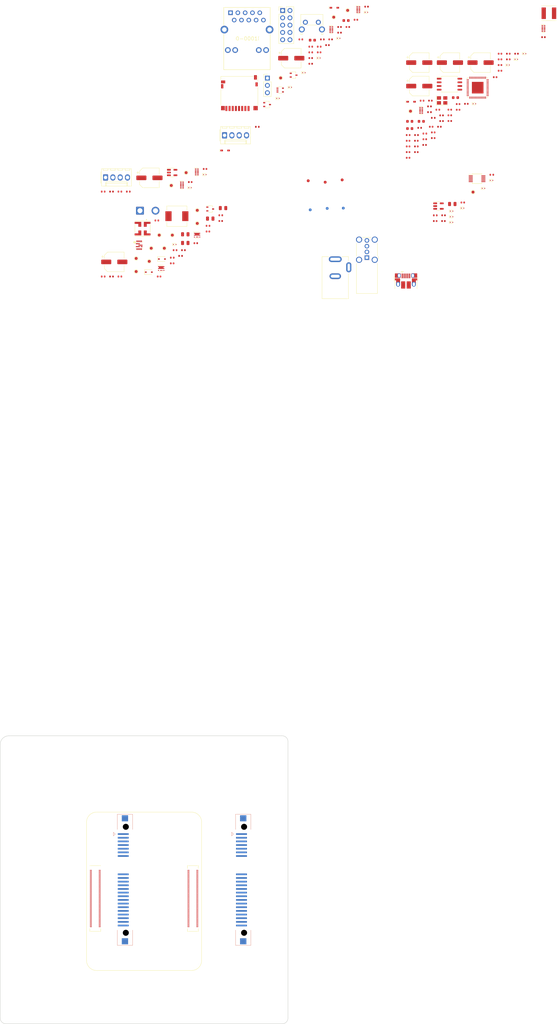
<source format=kicad_pcb>
(kicad_pcb (version 20210424) (generator pcbnew)
  (layers (0 "F.Cu" signal) (1 "In1.Cu" signal) (2 "In2.Cu" signal) (31 "B.Cu" signal) (34 "B.Paste" user) (35 "F.Paste" user) (36 "B.SilkS" user "B.Silkscreen") (37 "F.SilkS" user "F.Silkscreen") (38 "B.Mask" user) (39 "F.Mask" user) (44 "Edge.Cuts" user))
  (property "DrawnBy" "Cezar Chirila")
  (property "RevNum" "1.0")
  (net 0 "")
  (net 1 "+3V3")
  (net 2 "GND")
  (net 3 "+5V")
  (net 4 "Net-(C6-Pad1)")
  (net 5 "Net-(C9-Pad1)")
  (net 6 "/CM4-ETH-GPIO/PI_POWER_SW")
  (net 7 "Net-(C16-Pad1)")
  (net 8 "Net-(C17-Pad1)")
  (net 9 "Net-(C18-Pad1)")
  (net 10 "Net-(C18-Pad2)")
  (net 11 "/CM4-USB-PCIe/PCIe_RX_P")
  (net 12 "Net-(C19-Pad2)")
  (net 13 "/CM4-USB-PCIe/PCIe_RX_N")
  (net 14 "Net-(C20-Pad2)")
  (net 15 "+1V2")
  (net 16 "Net-(C41-Pad1)")
  (net 17 "Net-(C42-Pad1)")
  (net 18 "Net-(C43-Pad1)")
  (net 19 "Net-(C44-Pad1)")
  (net 20 "/PCIe to SATA/STX_1_P")
  (net 21 "/PCIe to SATA/SATA1_TX_P")
  (net 22 "/PCIe to SATA/STX_1_N")
  (net 23 "/PCIe to SATA/SATA1_TX_N")
  (net 24 "/PCIe to SATA/SRX_1_N")
  (net 25 "/PCIe to SATA/SATA1_RX_N")
  (net 26 "/PCIe to SATA/SRX_1_P")
  (net 27 "/PCIe to SATA/SATA1_RX_P")
  (net 28 "/PCIe to SATA/STX_0_P")
  (net 29 "/PCIe to SATA/SATA0_TX_P")
  (net 30 "/PCIe to SATA/STX_0_N")
  (net 31 "/PCIe to SATA/SATA0_TX_N")
  (net 32 "/PCIe to SATA/SRX_0_N")
  (net 33 "/PCIe to SATA/SATA0_RX_N")
  (net 34 "/PCIe to SATA/SRX_0_P")
  (net 35 "/PCIe to SATA/SATA0_RX_P")
  (net 36 "+12V")
  (net 37 "Net-(C59-Pad1)")
  (net 38 "Net-(C60-Pad1)")
  (net 39 "Net-(C60-Pad2)")
  (net 40 "VCC")
  (net 41 "/CM4-USB-PCIe/VBUS_MICRO")
  (net 42 "/CM4-USB-PCIe/USB2_P")
  (net 43 "/CM4-USB-PCIe/USB1_P")
  (net 44 "/CM4-USB-PCIe/USB2_N")
  (net 45 "/CM4-USB-PCIe/USB1_N")
  (net 46 "Net-(D8-Pad1)")
  (net 47 "Net-(D9-Pad1)")
  (net 48 "/CM4-ETH-GPIO/RXD0")
  (net 49 "/CM4-ETH-GPIO/TXD0")
  (net 50 "Net-(D15-Pad1)")
  (net 51 "Net-(D16-Pad1)")
  (net 52 "/PCIe to SATA/SATA_LED")
  (net 53 "Net-(D17-Pad2)")
  (net 54 "Net-(D24-Pad1)")
  (net 55 "Net-(D24-Pad2)")
  (net 56 "Net-(D26-Pad1)")
  (net 57 "Net-(FL1-Pad1)")
  (net 58 "Net-(FL1-Pad2)")
  (net 59 "Net-(FL1-Pad4)")
  (net 61 "/CM4-ETH-GPIO/ETH_0_P")
  (net 62 "/CM4-ETH-GPIO/ETH_0_N")
  (net 63 "/CM4-ETH-GPIO/ETH_1_P")
  (net 64 "/CM4-ETH-GPIO/ETH_1_N")
  (net 65 "/CM4-ETH-GPIO/ETH_2_P")
  (net 66 "/CM4-ETH-GPIO/ETH_2_N")
  (net 67 "/CM4-ETH-GPIO/ETH_3_P")
  (net 68 "/CM4-ETH-GPIO/ETH_3_N")
  (net 69 "Net-(J3-Pad12)")
  (net 70 "Net-(J3-Pad14)")
  (net 71 "/CM4-ETH-GPIO/SD_DAT1")
  (net 73 "/CM4-ETH-GPIO/SD_DAT0")
  (net 74 "/CM4-ETH-GPIO/SD_CLK")
  (net 75 "/CM4-ETH-GPIO/SD_CMD")
  (net 76 "/CM4-ETH-GPIO/SD_DAT3")
  (net 77 "/CM4-ETH-GPIO/SD_DAT2")
  (net 79 "/CM4-ETH-GPIO/GPIO10")
  (net 80 "/CM4-ETH-GPIO/GPIO9")
  (net 81 "/CM4-ETH-GPIO/GPIO11")
  (net 82 "/CM4-ETH-GPIO/GPIO7")
  (net 83 "/CM4-ETH-GPIO/SCL1")
  (net 84 "/CM4-ETH-GPIO/GPIO8")
  (net 85 "/CM4-ETH-GPIO/SDA1")
  (net 91 "/PCIe to SATA/SPINUP_DISK1")
  (net 95 "/PCIe to SATA/SPINUP_DISK0")
  (net 97 "Net-(L1-Pad2)")
  (net 98 "/CM4-ETH-GPIO/ETH_LEDY")
  (net 100 "/CM4-ETH-GPIO/ETH_LEDG")
  (net 104 "/CM4-ETH-GPIO/ACT_LED")
  (net 108 "/CM4-ETH-GPIO/FAN1_PWM")
  (net 111 "/CM4-ETH-GPIO/FAN0_PWM")
  (net 136 "/CM4-ETH-GPIO/RUN_PG")
  (net 137 "/CM4-ETH-GPIO/~RPIBOOT")
  (net 139 "/CM4-ETH-GPIO/PWR_LED")
  (net 142 "/CM4-ETH-GPIO/GLOBAL_EN")
  (net 144 "/CM4-USB-PCIe/USB_OTG")
  (net 146 "/CM4-USB-PCIe/USB_N")
  (net 148 "/CM4-USB-PCIe/USB_P")
  (net 150 "/CM4-USB-PCIe/~PCIe_RST")
  (net 151 "/CM4-USB-PCIe/PCIe_CLK_P")
  (net 153 "/CM4-USB-PCIe/PCIe_CLK_N")
  (net 157 "/CM4-USB-PCIe/PCIe_TX_P")
  (net 159 "/CM4-USB-PCIe/PCIe_TX_N")
  (net 212 "Net-(Q1-Pad1)")
  (net 213 "Net-(Q2-Pad1)")
  (net 214 "Net-(Q6-Pad1)")
  (net 215 "Net-(Q6-Pad3)")
  (net 216 "Net-(R1-Pad2)")
  (net 217 "Net-(R5-Pad2)")
  (net 218 "/PCIe to SATA/SPI_MOSI")
  (net 219 "/PCIe to SATA/PREXT")
  (net 220 "/PCIe to SATA/SREXT")
  (net 221 "/PCIe to SATA/SPI_MISO")
  (net 222 "Net-(R18-Pad2)")
  (net 223 "Net-(R21-Pad2)")
  (net 224 "Net-(R22-Pad1)")
  (net 225 "Net-(R23-Pad2)")
  (net 226 "Net-(R24-Pad2)")
  (net 227 "Net-(R26-Pad1)")
  (net 228 "Net-(R29-Pad2)")
  (net 232 "/PCIe to SATA/SPI_CLK")
  (net 233 "/PCIe to SATA/SPI_CS")
  (footprint "Connector_Wire:SolderWire-1sqmm_1x02_P5.4mm_D1.4mm_OD2.7mm" (layer "F.Cu") (at 118.565 -72.345)
    (fp_text reference "J12")
    (fp_text value "Alternate Power Connector" hide)
  )
  (footprint "Diode_SMD:D_SOD-923" (layer "F.Cu") (at 197.25 -141.235)
    (fp_text reference "D13")
    (fp_text value "DF2S16FS,L3M" hide)
  )
  (footprint "TestPoint:TestPoint_Pad_D1.0mm" (layer "F.Cu") (at 122.485 -59.305)
    (fp_text reference "TP5")
    (fp_text value "+12V" hide)
  )
  (footprint "Package_SON:USON-10_2.5x1.0mm_P0.5mm" (layer "F.Cu") (at 194.455 -142.155)
    (fp_text reference "U2")
    (fp_text value "TPD4EUSB30" hide)
  )
  (footprint "PintryParts-Footprints:R_0402_1005Metric" (layer "F.Cu") (at 146.665 -70.745)
    (fp_text reference "R27")
    (fp_text value "4K7" hide)
  )
  (footprint "TestPoint:TestPoint_Pad_D1.0mm" (layer "F.Cu") (at 134.605 -85.545)
    (fp_text reference "TP9")
    (fp_text value "FAN1" hide)
  )
  (footprint "Package_TO_SOT_SMD:SOT-23-5" (layer "F.Cu") (at 222.305 -73.945)
    (fp_text reference "U15")
    (fp_text value "MIC2005-0.5LYM5" hide)
  )
  (footprint "PintryParts-Footprints:R_0402_1005Metric" (layer "F.Cu") (at 181.945 -131.815)
    (fp_text reference "R10")
    (fp_text value "100K" hide)
  )
  (footprint "PintryParts-Footprints:C_0402_1005Metric" (layer "F.Cu") (at 224.075 -70.735)
    (fp_text reference "C2")
    (fp_text value "0.1uF" hide)
  )
  (footprint "Capacitor_SMD:CP_Elec_6.3x5.4" (layer "F.Cu") (at 226.285 -123.765)
    (fp_text reference "C49")
    (fp_text value "865080443007" hide)
  )
  (footprint "PintryParts-Footprints:R_0402_1005Metric" (layer "F.Cu") (at 130.765 -58.635)
    (fp_text reference "R30")
    (fp_text value "30K1" hide)
  )
  (footprint "Package_SON:USON-10_2.5x1.0mm_P0.5mm" (layer "F.Cu") (at 138.315 -85.795)
    (fp_text reference "U6")
    (fp_text value "TPD4EUSB30" hide)
  )
  (footprint "PintryParts-Footprints:C_0402_1005Metric" (layer "F.Cu") (at 141.185 -86.835)
    (fp_text reference "C15")
    (fp_text value "0.1uF" hide)
  )
  (footprint "PintryParts-Footprints:DLW5BTM101SQ2L" (layer "F.Cu") (at 119.465 -66.115)
    (fp_text reference "FL1")
    (fp_text value "DLW5BTM101SQ2L" hide)
  )
  (footprint "PintryParts-Footprints:C_0402_1005Metric" (layer "F.Cu") (at 214.615 -94.655)
    (fp_text reference "C48")
    (fp_text value "0.01uF" hide)
  )
  (footprint "PintryParts-Footprints:R_0402_1005Metric" (layer "F.Cu") (at 108.685 -78.975)
    (fp_text reference "R3")
    (fp_text value "470R" hide)
  )
  (footprint "TestPoint:TestPoint_Pad_D1.0mm" (layer "F.Cu") (at 117.245 -51.215)
    (fp_text reference "TP6")
    (fp_text value "GND" hide)
  )
  (footprint "Capacitor_SMD:CP_Elec_6.3x5.4" (layer "F.Cu") (at 236.935 -123.765)
    (fp_text reference "C55")
    (fp_text value "865080443007" hide)
  )
  (footprint "PintryParts-Footprints:R_0402_1005Metric" (layer "F.Cu") (at 105.775 -49.485)
    (fp_text reference "R31")
    (fp_text value "100k" hide)
  )
  (footprint "PintryParts-Footprints:R_0402_1005Metric" (layer "F.Cu") (at 221.185 -70.725)
    (fp_text reference "R2")
    (fp_text value "4K7" hide)
  )
  (footprint "Capacitor_SMD:CP_Elec_6.3x5.4" (layer "F.Cu") (at 215.635 -123.765)
    (fp_text reference "C50")
    (fp_text value "865080443007" hide)
  )
  (footprint "PintryParts-Footprints:C_0402_1005Metric" (layer "F.Cu") (at 219.765 -101.495)
    (fp_text reference "C28")
    (fp_text value "0.1uF" hide)
  )
  (footprint "PintryParts-Footprints:C_0402_1005Metric" (layer "F.Cu") (at 258.795 -132.595)
    (fp_text reference "C47")
    (fp_text value "0.01uF" hide)
  )
  (footprint "PintryParts-Footprints:C_0402_1005Metric" (layer "F.Cu") (at 190.805 -136.135)
    (fp_text reference "C68")
    (fp_text value "10uF" hide)
  )
  (footprint "PintryParts-Footprints:C_0805_2012Metric" (layer "F.Cu") (at 142.985 -69.595)
    (fp_text reference "C58")
    (fp_text value "22uF" hide)
  )
  (footprint "Diode_SMD:D_SOD-923" (layer "F.Cu") (at 166.54 -111.335)
    (fp_text reference "D12")
    (fp_text value "D3V3M1U259-7" hide)
  )
  (footprint "PintryParts-Footprints:MountingHole_3.2mm_M3" (layer "F.Cu") (at 166 114)
    (fp_text reference "H3" hide)
    (fp_text value "M3 MountingHole " hide)
  )
  (footprint "PintryParts-Footprints:C_0402_1005Metric" (layer "F.Cu") (at 222.635 -101.495)
    (fp_text reference "C53")
    (fp_text value "0.01uF" hide)
  )
  (footprint "PintryParts-Footprints:C_0402_1005Metric" (layer "F.Cu") (at 226.255 -103.485)
    (fp_text reference "C52")
    (fp_text value "0.01uF" hide)
  )
  (footprint "TestPoint:TestPoint_Pad_D1.0mm" (layer "F.Cu") (at 212.585 -106.895)
    (fp_text reference "TP11")
    (fp_text value "+1V2" hide)
  )
  (footprint "PintryParts-Footprints:C_0805_2012Metric" (layer "F.Cu") (at 227.105 -74.665)
    (fp_text reference "C6")
    (fp_text value "22uF" hide)
  )
  (footprint "PintryParts-Footprints:R_0402_1005Metric" (layer "F.Cu") (at 111.595 -78.975)
    (fp_text reference "R7")
    (fp_text value "4K7" hide)
  )
  (footprint "PintryParts-Footprints:R_0402_1005Metric" (layer "F.Cu") (at 177.935 -129.305)
    (fp_text reference "R6")
    (fp_text value "1K" hide)
  )
  (footprint "PintryParts-Footprints:C_0402_1005Metric" (layer "F.Cu") (at 231.995 -109.455)
    (fp_text reference "C27")
    (fp_text value "0.1uF" hide)
  )
  (footprint "PintryParts-Footprints:USB_Micro-B_Amphenol_10103594-0001LF_Horizontal" (layer "F.Cu") (at 211.035 -47.935)
    (fp_text reference "J1")
    (fp_text value "USB_B_Micro" hide)
  )
  (footprint "PintryParts-Footprints:R_0402_1005Metric" (layer "F.Cu") (at 222.095 -107.415)
    (fp_text reference "R13")
    (fp_text value "12K1" hide)
  )
  (footprint "Diode_SMD:D_SOD-923" (layer "F.Cu") (at 135.96 -80.325)
    (fp_text reference "D16")
    (fp_text value "DF2S6.2FS,L3M" hide)
  )
  (footprint "PintryParts-Footprints:C_0402_1005Metric" (layer "F.Cu") (at 224.035 -68.745)
    (fp_text reference "C5")
    (fp_text value "10uF" hide)
  )
  (footprint "Button_Switch_THT:SW_Tactile_SPST_Angled_PTS645Vx58-2LFS" (layer "F.Cu") (at 176.055 -137.78)
    (fp_text reference "SW1")
    (fp_text value "SW_Push" hide)
  )
  (footprint "Package_TO_SOT_SMD:Vishay_PowerPAK_SC70-6L_Single" (layer "F.Cu") (at 125.945 -52.275)
    (fp_text reference "Q7")
    (fp_text value "SIA483DJ" hide)
  )
  (footprint "Package_TO_SOT_SMD:SOT-323_SC-70" (layer "F.Cu") (at 162.755 -109.185)
    (fp_text reference "Q1")
    (fp_text value "BSS138PW" hide)
  )
  (footprint "PintryParts-Footprints:R_0402_1005Metric" (layer "F.Cu") (at 133.675 -58.635)
    (fp_text reference "R22")
    (fp_text value "100K" hide)
  )
  (footprint "Diode_SMD:D_SOD-923" (layer "F.Cu") (at 237.95 -80.095)
    (fp_text reference "D4")
    (fp_text value "D3V3M1U259-7" hide)
  )
  (footprint "Crystal:Crystal_SMD_3225-4Pin_3.2x2.5mm" (layer "F.Cu") (at 223.585 -110.635)
    (fp_text reference "Y1")
    (fp_text value "ECS-200-12-33-AGN-TR" hide)
  )
  (footprint "Diode_SMD:D_SOD-923" (layer "F.Cu") (at 252.23 -126.865)
    (fp_text reference "D23")
    (fp_text value "DF2S16FS,L3M" hide)
  )
  (footprint "Package_SON:USON-10_2.5x1.0mm_P0.5mm" (layer "F.Cu") (at 216.295 -107.145)
    (fp_text reference "U11")
    (fp_text value "TPD4EUSB30" hide)
  )
  (footprint "PintryParts-Footprints:R_0402_1005Metric" (layer "F.Cu") (at 111.595 -49.485)
    (fp_text reference "R26")
    (fp_text value "100k" hide)
  )
  (footprint "PintryParts-Footprints:QFN-48-1EP_7x7mm_P0.5mm_EP4.025x4.025mm" (layer "F.Cu") (at 235.935 -115.065)
    (fp_text reference "U7")
    (fp_text value "ASM1061" hide)
  )
  (footprint "Diode_SMD:D_SOD-923" (layer "F.Cu") (at 170.79 -115.185)
    (fp_text reference "D15")
    (fp_text value "DF2S6.2FS,L3M" hide)
  )
  (footprint "PintryParts-Footprints:L_Taiyo-Yuden_NR-50xx" (layer "F.Cu") (at 260.685 -140.905)
    (fp_text reference "L1")
    (fp_text value "NRS5030T4R7MMGJ" hide)
  )
  (footprint "TestPoint:TestPoint_Pad_D1.0mm" (layer "F.Cu") (at 129.815 -63.855)
    (fp_text reference "TP3")
    (fp_text value "VIN_RP" hide)
  )
  (footprint "PintryParts-Footprints:APA2107SECK" (layer "F.Cu") (at 146.965 -93.25)
    (fp_text reference "D8")
    (fp_text value "APA2107SECK" hide)
  )
  (footprint "PintryParts-Footprints:R_0402_1005Metric" (layer "F.Cu") (at 108.685 -49.485)
    (fp_text reference "R23")
    (fp_text value "100k" hide)
  )
  (footprint "PintryParts-Footprints:C_0402_1005Metric" (layer "F.Cu") (at 177.915 -125.335)
    (fp_text reference "C13")
    (fp_text value "0.1uF" hide)
  )
  (footprint "PintryParts-Footprints:C_0402_1005Metric" (layer "F.Cu") (at 193.625 -138.645)
    (fp_text reference "C17")
    (fp_text value "10uF" hide)
  )
  (footprint "Diode_SMD:D_SOD-923" (layer "F.Cu") (at 234.79 -109.465)
    (fp_text reference "D21")
    (fp_text value "DF2S16FS,L3M" hide)
  )
  (footprint "PintryParts-Footprints:MountingHole_3.2mm_M3" (layer "F.Cu") (at 74 114)
    (fp_text reference "H4" hide)
    (fp_text value "M3 MountingHole " hide)
  )
  (footprint "Diode_SMD:D_SOD-323" (layer "F.Cu") (at 121.645 -51.005)
    (fp_text reference "D26")
    (fp_text value "BZX384-B13" hide)
  )
  (footprint "Package_SON:USON-10_2.5x1.0mm_P0.5mm" (layer "F.Cu") (at 133.165 -81.245)
    (fp_text reference "U1")
    (fp_text value "TPD4EUSB30" hide)
  )
  (footprint "PintryParts-Footprints:Pulse_PA4341" (layer "F.Cu") (at 131.4 -70.44)
    (fp_text reference "L2")
    (fp_text value "PA4341.122NLT" hide)
  )
  (footprint "PintryParts-Footprints:R_0402_1005Metric" (layer "F.Cu") (at 105.775 -78.975)
    (fp_text reference "R8")
    (fp_text value "4K7" hide)
  )
  (footprint "Package_SON:USON-10_2.5x1.0mm_P0.5mm" (layer "F.Cu") (at 185.065 -135.235)
    (fp_text reference "U5")
    (fp_text value "TPD4EUSB30" hide)
  )
  (footprint "PintryParts-Footprints:C_0402_1005Metric" (layer "F.Cu") (at 211.745 -92.685)
    (fp_text reference "C36")
    (fp_text value "0.1uF" hide)
  )
  (footprint "PintryParts-Footprints:MountingHole_3.2mm_M3" (layer "F.Cu") (at 74 206)
    (fp_text reference "H2" hide)
    (fp_text value "M3 MountingHole " hide)
  )
  (footprint "PintryParts-Footprints:MountingHole_3.2mm_M3" (layer "F.Cu") (at 166 206)
    (fp_text reference "H1" hide)
    (fp_text value "M3 MountingHole " hide)
  )
  (footprint "PintryParts-Footprints:L_0603_1608Metric" (layer "F.Cu") (at 216.325 -103.365)
    (fp_text reference "FB6")
    (fp_text value "MPZ1608S101ATAH0" hide)
  )
  (footprint "PintryParts-Footprints:R_0402_1005Metric" (layer "F.Cu") (at 216.605 -110.545)
    (fp_text reference "R14")
    (fp_text value "4K7" hide)
  )
  (footprint "PintryParts-Footprints:C_0402_1005Metric" (layer "F.Cu") (at 220.475 -97.555)
    (fp_text reference "C38")
    (fp_text value "0.1uF" hide)
  )
  (footprint "PintryParts-Footprints:C_0402_1005Metric" (layer "F.Cu") (at 211.745 -96.625)
    (fp_text reference "C33")
    (fp_text value "0.1uF" hide)
  )
  (footprint "Fiducial:Fiducial_1mm_Mask2mm" (layer "F.Cu") (at 188.835 -83.035)
    (fp_text reference "FID3")
    (fp_text value "Fiducial Top" hide)
  )
  (footprint "Diode_SMD:D_SOD-923" (layer "F.Cu") (at 130.67 -60.605)
    (fp_text reference "D25")
    (fp_text value "DF2S16FS,L3M" hide)
  )
  (footprint "Fiducial:Fiducial_1mm_Mask2mm" (layer "F.Cu") (at 182.935 -82.235)
    (fp_text reference "FID1")
    (fp_text value "Fiducial Top" hide)
  )
  (footprint "PintryParts-Footprints:R_0402_1005Metric" (layer "F.Cu") (at 129.775 -56.035)
    (fp_text reference "R24")
    (fp_text value "100k" hide)
  )
  (footprint "PintryParts-Footprints:APA2107SECK" (layer "F.Cu") (at 184.915 -142.82)
    (fp_text reference "D9")
    (fp_text value "APA2107SECK" hide)
  )
  (footprint "Package_SON:USON-10_2.5x1.0mm_P0.5mm" (layer "F.Cu") (at 258.795 -135.605)
    (fp_text reference "U12")
    (fp_text value "TPD4EUSB30" hide)
  )
  (footprint "Capacitor_SMD:CP_Elec_6.3x5.4" (layer "F.Cu") (at 171.155 -125.305)
    (fp_text reference "C10")
    (fp_text value "865080443007" hide)
  )
  (footprint "PintryParts-Footprints:C_0402_1005Metric" (layer "F.Cu") (at 180.825 -127.325)
    (fp_text reference "C11")
    (fp_text value "0.1uF" hide)
  )
  (footprint "PintryParts-Footprints:C_0402_1005Metric" (layer "F.Cu") (at 246.565 -126.855)
    (fp_text reference "C45")
    (fp_text value "0.01uF" hide)
  )
  (footprint "PintryParts-Footprints:L_0603_1608Metric" (layer "F.Cu") (at 178.485 -131.555)
    (fp_text reference "FB1")
    (fp_text value "MPZ1608S101ATAH0" hide)
  )
  (footprint "PintryParts-Footprints:C_0402_1005Metric" (layer "F.Cu") (at 214.615 -92.685)
    (fp_text reference "C39")
    (fp_text value "0.1uF" hide)
  )
  (footprint "Diode_SMD:D_SOD-923" (layer "F.Cu") (at 249.36 -124.895)
    (fp_text reference "D20")
    (fp_text value "DF2S6.2FS,L3M" hide)
  )
  (footprint "Diode_SMD:D_SOD-923" (layer "F.Cu") (at 226.83 -68.285)
    (fp_text reference "D3")
    (fp_text value "D3V3M1U259-7" hide)
  )
  (footprint "Diode_SMD:D_SOD-923" (layer "F.Cu") (at 246.49 -122.925)
    (fp_text reference "D22")
    (fp_text value "DF2S6.2FS,L3M" hide)
  )
  (footprint "PintryParts-Footprints:R_0402_1005Metric" (layer "F.Cu") (at 159.345 -101.465)
    (fp_text reference "R4")
    (fp_text value "470R" hide)
  )
  (footprint "PintryParts-Footprints:C_0402_1005Metric" (layer "F.Cu") (at 243.695 -120.945)
    (fp_text reference "C54")
    (fp_text value "0.01uF" hide)
  )
  (footprint "TestPoint:TestPoint_Pad_D1.0mm" (layer "F.Cu") (at 121.795 -54.755)
    (fp_text reference "TP15")
    (fp_text value "GND" hide)
  )
  (footprint "PintryParts-Footprints:C_0402_1005Metric" (layer "F.Cu") (at 246.565 -124.885)
    (fp_text reference "C34")
    (fp_text value "0.1uF" hide)
  )
  (footprint "PintryParts-Footprints:C_0402_1005Metric" (layer "F.Cu") (at 177.915 -123.365)
    (fp_text reference "C14")
    (fp_text value "10uF" hide)
  )
  (footprint "Fiducial:Fiducial_1mm_Mask2mm" (layer "F.Cu") (at 177.035 -82.735)
    (fp_text reference "FID5")
    (fp_text value "Fiducial Top" hide)
  )
  (footprint "PintryParts-Footprints:C_0402_1005Metric" (layer "F.Cu") (at 243.695 -124.885)
    (fp_text reference "C32")
    (fp_text value "0.1uF" hide)
  )
  (footprint "PintryParts-Footprints:C_0402_1005Metric" (layer "F.Cu") (at 217.485 -95.175)
    (fp_text reference "C23")
    (fp_text value "0.1uF" hide)
  )
  (footprint "PintryParts-Footprints:C_0402_1005Metric" (layer "F.Cu") (at 211.745 -90.715)
    (fp_text reference "C43")
    (fp_text value "0.1uF" hide)
  )
  (footprint "PintryParts-Footprints:C_0402_1005Metric" (layer "F.Cu") (at 146.645 -68.765)
    (fp_text reference "C61")
    (fp_text value "1uF" hide)
  )
  (footprint "Connector_PinHeader_2.54mm:PinHeader_2x05_P2.54mm_Vertical" (layer "F.Cu") (at 168.155 -141.855)
    (fp_text reference "J6")
    (fp_text value "Expansion" hide)
  )
  (footprint "PintryParts-Footprints:C_0402_1005Metric" (layer "F.Cu") (at 249.435 -126.855)
    (fp_text reference "C31")
    (fp_text value "0.1uF" hide)
  )
  (footprint "PintryParts-Footprints:C_0402_1005Metric" (layer "F.Cu") (at 221.165 -68.745)
    (fp_text reference "C4")
    (fp_text value "0.1uF" hide)
  )
  (footprint "PintryParts-Footprints:R_0402_1005Metric" (layer "F.Cu") (at 219.185 -106.565)
    (fp_text reference "R11")
    (fp_text value "4K7" hide)
  )
  (footprint "Diode_SMD:D_SOD-923" (layer "F.Cu") (at 141.11 -84.875)
    (fp_text reference "D10")
    (fp_text value "D3V3M1U259-7" hide)
  )
  (footprint "PintryParts-Footprints:Raspberry-Pi-4-Compute-Module" (layer "F.Cu") (at 103.5 188)
    (fp_text reference "Module1")
    (fp_text value "ComputeModule4-CM4" hide)
  )
  (footprint "PintryParts-Footprints:C_0402_1005Metric" (layer "F.Cu") (at 226.255 -107.425)
    (fp_text reference "C41")
    (fp_text value "0.1uF" hide)
  )
  (footprint "Package_SO:SOIC-8_5.275x5.275mm_P1.27mm" (layer "F.Cu") (at 226.135 -116.275)
    (fp_text reference "U10")
    (fp_text value "SST25VF512A" hide)
  )
  (footprint "PintryParts-Footprints:C_0402_1005Metric" (layer "F.Cu") (at 197.325 -143.195)
    (fp_text reference "C9")
    (fp_text value "0.1uF" hide)
  )
  (footprint "Diode_SMD:D_SOD-923" (layer "F.Cu") (at 175.54 -120.255)
    (fp_text reference "D11")
    (fp_text value "D3V3M1U259-7" hide)
  )
  (footprint "PintryParts-Footprints:Pulse-JD0-0001NL-0-0-MFG" (layer "F.Cu") (at 155.755 -132.105)
    (fp_text reference "J3")
    (fp_text value "JD0-0001NL")
  )
  (footprint "Connector_Molex:Molex_KK-254_AE-6410-04A_1x04_P2.54mm_Vertical" (layer "F.Cu") (at 106.615 -83.875)
    (fp_text reference "J7")
    (fp_text value "Fan" hide)
  )
  (footprint "PintryParts-Footprints:C_0805_2012Metric" (layer "F.Cu") (at 134.315 -61.135)
    (fp_text reference "C64")
    (fp_text value "22uF" hide)
  )
  (footprint "PintryParts-Footprints:R_0402_1005Metric" (layer "F.Cu") (at 177.935 -127.315)
    (fp_text reference "R15")
    (fp_text value "100K" hide)
  )
  (footprint "PintryParts-Footprints:C_0402_1005Metric" (layer "F.Cu") (at 217.565 -97.145)
    (fp_text reference "C40")
    (fp_text value "0.1uF" hide)
  )
  (footprint "PintryParts-Footprints:C_0402_1005Metric" (layer "F.Cu") (at 187.935 -136.135)
    (fp_text reference "C1")
    (fp_text value "10uF" hide)
  )
  (footprint "PintryParts-Footprints:C_0402_1005Metric" (layer "F.Cu") (at 226.255 -105.455)
    (fp_text reference "C42")
    (fp_text value "0.1uF" hide)
  )
  (footprint "PintryParts-Footprints:C_0402_1005Metric" (layer "F.Cu") (at 129.755 -54.055)
    (fp_text reference "C60")
    (fp_text value "0.1uF" hide)
  )
  (footprint "Package_TO_SOT_SMD:SOT-323_SC-70" (layer "F.Cu") (at 171.955 -119.405)
    (fp_text reference "Q2")
    (fp_text value "BSS138PW" hide)
  )
  (footprint "PintryParts-Footprints:C_0805_2012Metric" (layer "F.Cu") (at 147.435 -73.245)
    (fp_text reference "C62")
    (fp_text value "22uF" hide)
  )
  (footprint "PintryParts-Footprints:L_0603_1608Metric" (layer "F.Cu") (at 228.215 -111.605)
    (fp_text reference "FB3")
    (fp_text value "MPZ1608S101ATAH0" hide)
  )
  (footprint "Diode_SMD:D_SOD-923" (layer "F.Cu") (at 226.87 -70.235)
    (fp_text reference "D6")
    (fp_text value "D3V3M1U259-7" hide)
  )
  (footprint "Diode_SMD:D_SOD-323" (layer "F.Cu") (at 126.195 -55.555)
    (fp_text reference "D24")
    (fp_text value "BZX384-B13" hide)
  )
  (footprint "TestPoint:TestPoint_Pad_D1.0mm" (layer "F.Cu") (at 117.245 -55.765)
    (fp_text reference "TP1")
    (fp_text value "VIN" hide)
  )
  (footprint "PintryParts-Footprints:C_0402_1005Metric" (layer "F.Cu") (at 214.615 -96.625)
    (fp_text reference "C46")
    (fp_text value "0.01uF" hide)
  )
  (footprint "PintryParts-Footprints:R_0402_1005Metric" (layer "F.Cu") (at 132.685 -56.645)
    (fp_text reference "R29")
    (fp_text value "221K" hide)
  )
  (footprint "PintryParts-Footprints:R_0402_1005Metric" (layer "F.Cu") (at 180.845 -129.305)
    (fp_text reference "R9")
    (fp_text value "100K" hide)
  )
  (footprint "PintryParts-Footprints:R_0402_1005Metric" (layer "F.Cu") (at 217.585 -99.125)
    (fp_text reference "R34")
    (fp_text value "0R" hide)
  )
  (footprint "PintryParts-Footprints:C_0402_1005Metric" (layer "F.Cu") (at 243.695 -126.855)
    (fp_text reference "C29")
    (fp_text value "10uF" hide)
  )
  (footprint "PintryParts-Footprints:54-00131" (layer "F.Cu") (at 186.435 -55.485)
    (fp_text reference "J11")
    (fp_text value "54-00131" hide)
  )
  (footprint "PintryParts-Footprints:APA2107SECK" (layer "F.Cu") (at 211.595 -110.18)
    (fp_text reference "D17")
    (fp_text value "APA2107SECK" hide)
  )
  (footprint "PintryParts-Footprints:R_0402_1005Metric" (layer "F.Cu") (at 219.185 -108.555)
    (fp_text reference "R33")
    (fp_text value "0R" hide)
  )
  (footprint "TestPoint:TestPoint_Pad_D1.0mm" (layer "F.Cu") (at 234.315 -78.795)
    (fp_text reference "TP14")
    (fp_text value "VUSB" hide)
  )
  (footprint "TestPoint:TestPoint_Pad_D1.0mm" (layer "F.Cu") (at 185.905 -139.535)
    (fp_text reference "TP8")
    (fp_text value "GLOBAL_EN" hide)
  )
  (footprint "Capacitor_SMD:CP_Elec_6.3x5.4" (layer "F.Cu") (at 121.855 -83.745)
    (fp_text reference "C8")
    (fp_text value "865080443007" hide)
  )
  (footprint "PintryParts-Footprints:R_0402_1005Metric" (layer "F.Cu") (at 174.485 -131.815)
    (fp_text reference "R5")
    (fp_text value "4K7" hide)
  )
  (footprint "Package_TO_SOT_SMD:SOT-323_SC-70" (layer "F.Cu") (at 142.985 -72.925)
    (fp_text reference "Q6")
    (fp_text value "BC857BW" hide)
  )
  (footprint "PintryParts-Footprints:R_0402_1005Metric" (layer "F.Cu") (at 114.505 -78.975)
    (fp_text reference "R1")
    (fp_text value "1K" hide)
  )
  (footprint "Package_TO_SOT_SMD:SOT-353_SC-70-5" (layer "F.Cu") (at 167.305 -114.235)
    (fp_text reference "U4")
    (fp_text value "74AHCT1G126" hide)
  )
  (footprint "PintryParts-Footprints:C_0402_1005Metric" (layer "F.Cu") (at 187.935 -134.165)
    (fp_text reference "C3")
    (fp_text value "0.1uF" hide)
  )
  (footprint "Connector_Molex:Molex_KK-254_AE-6410-04A_1x04_P2.54mm_Vertical" (layer "F.Cu") (at 147.975 -98.515)
    (fp_text reference "J8")
    (fp_text value "Fan" hide)
  )
  (footprint "PintryParts-Footprints:C_0402_1005Metric" (layer "F.Cu") (at 223.385 -103.465)
    (fp_text reference "C20")
    (fp_text value "0.01uF" hide)
  )
  (footprint "TestPoint:TestPoint_Pad_D1.0mm" (layer "F.Cu") (at 138.485 -72.475)
    (fp_text reference "TP16")
    (fp_text value "GND" hide)
  )
  (footprint "PintryParts-Footprints:C_0402_1005Metric" (layer "F.Cu") (at 223.385 -105.435)
    (fp_text reference "C35")
    (fp_text value "0.1uF" hide)
  )
  (footprint "PintryParts-Footprints:C_0402_1005Metric" (layer "F.Cu") (at 229.125 -109.365)
    (fp_text reference "C51")
    (fp_text value "0.01uF" hide)
  )
  (footprint "PintryParts-Footprints:L_0603_1608Metric" (layer "F.Cu") (at 212.315 -100.855)
    (fp_text reference "FB4")
    (fp_text value "MPZ1608S101ATAH0" hide)
  )
  (footprint "Connector_PinHeader_2.54mm:PinHeader_1x03_P2.54mm_Vertical" (layer "F.Cu") (at 162.855 -118.385)
    (fp_text reference "J5")
    (fp_text value "UART" hide)
  )
  (footprint "PintryParts-Footprints:C_0402_1005Metric" (layer "F.Cu") (at 136.035 -82.285)
    (fp_text reference "C16")
    (fp_text value "10uF" hide)
  )
  (footprint "Diode_SMD:D_SOD-923" (layer "F.Cu") (at 226.87 -72.185)
    (fp_text reference "D2")
    (fp_text value "DF2S6.2FS,L3M" hide)
  )
  (footprint "TestPoint:TestPoint_Pad_D1.0mm" (layer "F.Cu") (at 167.455 -118.435)
    (fp_text reference "TP7")
    (fp_text value "RUN_PG" hide)
  )
  (footprint "PintryParts-Footprints:C_0402_1005Metric" (layer "F.Cu") (at 243.695 -122.915)
    (fp_text reference "C37")
    (fp_text value "0.1uF" hide)
  )
  (footprint "PintryParts-Footprints:R_0402_1005Metric" (layer "F.Cu") (at 215.775 -101.115)
    (fp_text reference "R17")
    (fp_text value "4K7" hide)
  )
  (footprint "TestPoint:TestPoint_Pad_D1.0mm" (layer "F.Cu") (at 190.745 -141.905)
    (fp_text reference "TP10")
    (fp_text value "FAN0" hide)
  )
  (footprint "Package_SO:MSOP-10_3x3mm_P0.5mm" (layer "F.Cu") (at 235.715 -83.445)
    (fp_text reference "U14")
    (fp_text value "FSUSB30MUX" hide)
  )
  (footprint "Connector_Card:microSD_HC_Hirose_DM3D-SF" (layer "F.Cu") (at 153.125 -113.185)
    (fp_text reference "J4")
    (fp_text value "DM3D-SF" hide)
  )
  (footprint "PintryParts-Footprints:L_0603_1608Metric" (layer "F.Cu") (at 190.185 -138.375)
    (fp_text reference "FB2")
    (fp_text value "MPZ1608S101ATAH0" hide)
  )
  (footprint "Diode_SMD:D_SOD-923" (layer "F.Cu") (at 240.75 -82.855)
    (fp_text reference "D1")
    (fp_text value "DF2S6.2FS,L3M" hide)
  )
  (footprint "TestPoint:TestPoint_Pad_D1.0mm" (layer "F.Cu") (at 125.265 -63.855)
    (fp_text reference "TP2")
    (fp_text value "VCC" hide)
  )
  (footprint "PintryParts-Footprints:C_0402_1005Metric" (layer "F.Cu") (at 229.125 -107.395)
    (fp_text reference "C18")
    (fp_text value "15pF" hide)
  )
  (footprint "PintryParts-Footprints:C_0402_1005Metric" (layer "F.Cu") (at 219.495 -110.555)
    (fp_text reference "C44")
    (fp_text value "0.1uF" hide)
  )
  (footprint "PintryParts-Footprints:C_0402_1005Metric" (layer "F.Cu") (at 211.745 -94.655)
    (fp_text reference "C30")
    (fp_text value "0.1uF" hide)
  )
  (footprint "TestPoint:TestPoint_Pad_D1.0mm" (layer "F.Cu") (at 138.485 -67.925)
    (fp_text reference "TP17")
    (fp_text value "GND" hide)
  )
  (footprint "PintryParts-Footprints:C_0402_1005Metric" (layer "F.Cu") (at 241.995 -118.705)
    (fp_text reference "C24")
    (fp_text value "10uF" hide)
  )
  (footprint "PintryParts-Footprints:R_0402_1005Metric" (layer "F.Cu") (at 142.215 -67.095)
    (fp_text reference "R28")
    (fp_text value "4K7" hide)
  )
  (footprint "PintryParts-Footprints:C_0402_1005Metric" (layer "F.Cu") (at 183.735 -129.835)
    (fp_text reference "C67")
    (fp_text value "10uF" hide)
  )
  (footprint "PintryParts-Footprints:R_0402_1005Metric" (layer "F.Cu") (at 214.675 -98.605)
    (fp_text reference "R18")
    (fp_text value "4K7" hide)
  )
  (footprint "Capacitor_SMD:CP_Elec_6.3x5.4" (layer "F.Cu") (at 215.635 -115.615)
    (fp_text reference "C56")
    (fp_text value "865080443007" hide)
  )
  (footprint "TestPoint:TestPoint_Pad_D1.0mm" (layer "F.Cu") (at 127.035 -59.305)
    (fp_text reference "TP4")
    (fp_text value "+5V" hide)
  )
  (footprint "PintryParts-Footprints:USB_A_Amphenol_ICC_73725-11A0BLF_Horizontal" (layer "F.Cu") (at 197.435 -56.025 90)
    (fp_text reference "J2")
    (fp_text value "USB_A" hide)
  )
  (footprint "PintryParts-Footprints:V-QFN2030-12 (Type A)" (layer "F.Cu") (at 118.29 -60.365)
    (fp_text reference "U13")
    (fp_text value "AP62600" hide)
  )
  (footprint "PintryParts-Footprints:C_0402_1005Metric" (layer "F.Cu") (at 184.835 -131.825)
    (fp_text reference "C12")
    (fp_text value "0.1uF" hide)
  )
  (footprint "PintryParts-Footprints:C_0402_1005Metric" (layer "F.Cu") (at 220.475 -99.525)
    (fp_text reference "C19")
    (fp_text value "0.01uF" hide)
  )
  (footprint "PintryParts-Footprints:R_0402_1005Metric" (layer "F.Cu") (at 220.495 -104.575)
    (fp_text reference "R12")
    (fp_text value "12K1" hide)
  )
  (footprint "PintryParts-Footprints:C_0402_1005Metric" (layer "F.Cu") (at 125.205 -49.485)
    (fp_text reference "C65")
    (fp_text value "0.1uF" hide)
  )
  (footprint "Diode_SMD:D_SOD-923" (layer "F.Cu") (at 230.69 -73.225)
    (fp_text reference "D5")
    (fp_text value "D3V3M1U259-7" hide)
  )
  (footprint "PintryParts-Footprints:L_0603_1608Metric" (layer "F.Cu") (at 212.315 -103.365)
    (fp_text reference "FB5")
    (fp_text value "MPZ1608S101ATAH0" hide)
  )
  (footprint "Package_TO_SOT_SMD:SOT-23-5" (layer "F.Cu") (at 129.755 -85.595)
    (fp_text reference "U3")
    (fp_text value "SN74LVC1G17" hide)
  )
  (footprint "PintryParts-Footprints:R_0402_1005Metric" (layer "F.Cu") (at 124.445 -68.945)
    (fp_text reference "R25")
    (fp_text value "100k" hide)
  )
  (footprint "TestPoint:TestPoint_Pad_D1.0mm" (layer "F.Cu") (at 129.455 -81.095)
    (fp_text reference "TP18")
    (fp_text value "3V3" hide)
  )
  (footprint "PintryParts-Footprints:C_0402_1005Metric" (layer "F.Cu") (at 142.195 -65.115)
    (fp_text reference "C59")
    (fp_text value "TBD" hide)
  )
  (footprint "Package_TO_SOT_SMD:Vishay_PowerPAK_SC70-6L_Single" (layer "F.Cu") (at 138.415 -63.845)
    (fp_text reference "Q5")
    (fp_text value "SIA483DJ" hide)
  )
  (footprint "PintryParts-Footprints:R_0402_1005Metric" (layer "F.Cu") (at 240.845 -84.825)
    (fp_text reference "R32")
    (fp_text value "4K7" hide)
  )
  (footprint "Diode_SMD:D_SOD-923" (layer "F.Cu") (at 187.63 -132.205)
    (fp_text reference "D7")
    (fp_text value "D3V3M1U259-7" hide)
  )
  (footprint "PintryParts-Footprints:C_0402_1005Metric" (layer "F.Cu") (at 230.765 -75.185)
    (fp_text reference "C7")
    (fp_text value "0.1uF" hide)
  )
  (footprint "Capacitor_SMD:CP_Elec_6.3x5.4" (layer "F.Cu") (at 109.645 -54.555)
    (fp_text reference "C66")
    (fp_text value "865080443007" hide)
  )
  (footprint "Diode_SMD:D_SOD-923" (layer "F.Cu") (at 180.75 -125.365)
    (fp_text reference "D14")
    (fp_text value "DF2S16FS,L3M" hide)
  )
  (footprint "PintryParts-Footprints:R_0402_1005Metric" (layer "F.Cu") (at 211.765 -98.605)
    (fp_text reference "R21")
    (fp_text value "4K7" hide)
  )
  (footprint "PintryParts-Footprints:C_0805_2012Metric" (layer "F.Cu") (at 134.315 -64.145)
    (fp_text reference "C63")
    (fp_text value "22uF" hide)
  )
  (footprint "PintryParts-Footprints:C_0402_1005Metric" (layer "F.Cu") (at 137.975 -61.055)
    (fp_text reference "C57")
    (fp_text value "0.1uF" hide)
  )
  (footprint "PintryParts-Footprints:TE_1735284-3" (layer "B.Cu") (at 153.6 160 -90)
    (fp_text reference "J10")
    (fp_text value "1735284-3")
  )
  (footprint "Fiducial:Fiducial_1mm_Mask2mm" (layer "B.Cu") (at 183.635 -73.135 180)
    (fp_text reference "FID6")
    (fp_text value "Fiducial Bottom")
  )
  (footprint "PintryParts-Footprints:TE_1735284-3" (layer "B.Cu") (at 112.5 160 -90)
    (fp_text reference "J9")
    (fp_text value "1735284-3")
  )
  (footprint "Fiducial:Fiducial_1mm_Mask2mm" (layer "B.Cu") (at 177.735 -72.635 180)
    (fp_text reference "FID2")
    (fp_text value "Fiducial Bottom")
  )
  (footprint "Fiducial:Fiducial_1mm_Mask2mm" (layer "B.Cu") (at 189.235 -73.235 180)
    (fp_text reference "FID4")
    (fp_text value "Fiducial Bottom")
  )
  (gr_arc (start 168.000001 208) (end 170 208) (angle 90) (layer "Edge.Cuts") (width 0.15))
  (gr_line (start 70 208) (end 70 113) (layer "Edge.Cuts") (width 0.15))
  (gr_arc (start 72 208.000001) (end 72 210) (angle 90) (layer "Edge.Cuts") (width 0.15))
  (gr_line (start 73 110) (end 168 110) (layer "Edge.Cuts") (width 0.15))
  (gr_arc (start 168 111.999999) (end 168 110) (angle 90) (layer "Edge.Cuts") (width 0.15))
  (gr_line (start 72 210) (end 168 210) (layer "Edge.Cuts") (width 0.15))
  (gr_arc (start 73 113) (end 70 113) (angle 90) (layer "Edge.Cuts") (width 0.15))
  (gr_line (start 170 112) (end 170 208) (layer "Edge.Cuts") (width 0.15))
)
</source>
